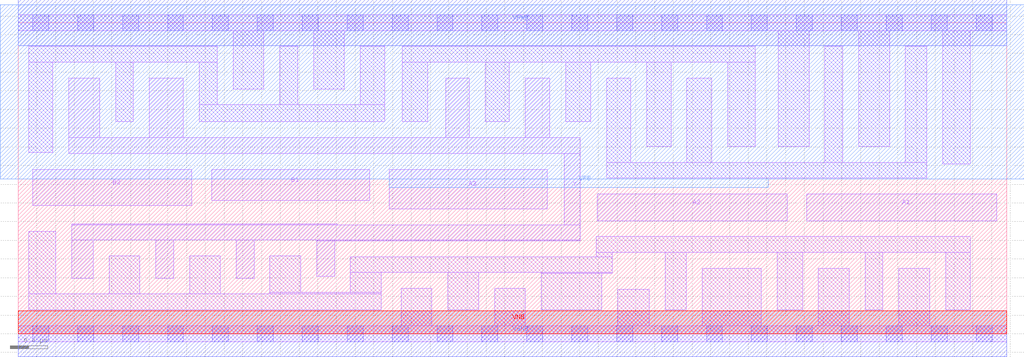
<source format=lef>
# Copyright 2020 The SkyWater PDK Authors
#
# Licensed under the Apache License, Version 2.0 (the "License");
# you may not use this file except in compliance with the License.
# You may obtain a copy of the License at
#
#     https://www.apache.org/licenses/LICENSE-2.0
#
# Unless required by applicable law or agreed to in writing, software
# distributed under the License is distributed on an "AS IS" BASIS,
# WITHOUT WARRANTIES OR CONDITIONS OF ANY KIND, either express or implied.
# See the License for the specific language governing permissions and
# limitations under the License.
#
# SPDX-License-Identifier: Apache-2.0

VERSION 5.7 ;
  NOWIREEXTENSIONATPIN ON ;
  DIVIDERCHAR "/" ;
  BUSBITCHARS "[]" ;
MACRO sky130_fd_sc_lp__o32ai_4
  CLASS CORE ;
  FOREIGN sky130_fd_sc_lp__o32ai_4 ;
  ORIGIN  0.000000  0.000000 ;
  SIZE  10.56000 BY  3.330000 ;
  SYMMETRY X Y R90 ;
  SITE unit ;
  PIN A1
    ANTENNAGATEAREA  1.260000 ;
    DIRECTION INPUT ;
    USE SIGNAL ;
    PORT
      LAYER li1 ;
        RECT 8.425000 1.210000 10.455000 1.495000 ;
    END
  END A1
  PIN A2
    ANTENNAGATEAREA  1.260000 ;
    DIRECTION INPUT ;
    USE SIGNAL ;
    PORT
      LAYER li1 ;
        RECT 6.185000 1.210000 8.215000 1.495000 ;
    END
  END A2
  PIN A3
    ANTENNAGATEAREA  1.260000 ;
    DIRECTION INPUT ;
    USE SIGNAL ;
    PORT
      LAYER li1 ;
        RECT 3.965000 1.335000 5.655000 1.760000 ;
    END
  END A3
  PIN B1
    ANTENNAGATEAREA  1.260000 ;
    DIRECTION INPUT ;
    USE SIGNAL ;
    PORT
      LAYER li1 ;
        RECT 2.065000 1.425000 3.755000 1.760000 ;
    END
  END B1
  PIN B2
    ANTENNAGATEAREA  1.260000 ;
    DIRECTION INPUT ;
    USE SIGNAL ;
    PORT
      LAYER li1 ;
        RECT 0.155000 1.375000 1.855000 1.760000 ;
    END
  END B2
  PIN Y
    ANTENNADIFFAREA  2.352000 ;
    DIRECTION OUTPUT ;
    USE SIGNAL ;
    PORT
      LAYER li1 ;
        RECT 0.540000 1.930000 6.005000 2.100000 ;
        RECT 0.540000 2.100000 0.870000 2.735000 ;
        RECT 0.570000 0.595000 0.800000 1.005000 ;
        RECT 0.570000 1.005000 6.005000 1.165000 ;
        RECT 0.570000 1.165000 3.410000 1.175000 ;
        RECT 1.400000 2.100000 1.765000 2.735000 ;
        RECT 1.470000 0.595000 1.660000 1.005000 ;
        RECT 2.330000 0.595000 2.520000 1.005000 ;
        RECT 3.190000 0.615000 3.380000 0.995000 ;
        RECT 3.190000 0.995000 6.005000 1.005000 ;
        RECT 4.570000 2.100000 4.820000 2.735000 ;
        RECT 5.415000 2.100000 5.680000 2.735000 ;
        RECT 5.835000 1.165000 6.005000 1.930000 ;
    END
  END Y
  PIN VGND
    DIRECTION INOUT ;
    USE GROUND ;
    PORT
      LAYER met1 ;
        RECT 0.000000 -0.245000 10.560000 0.245000 ;
    END
  END VGND
  PIN VNB
    DIRECTION INOUT ;
    USE GROUND ;
    PORT
      LAYER pwell ;
        RECT 0.000000 0.000000 10.560000 0.245000 ;
    END
  END VNB
  PIN VPB
    DIRECTION INOUT ;
    USE POWER ;
    PORT
      LAYER nwell ;
        RECT -0.190000 1.655000 10.750000 3.520000 ;
        RECT  3.965000 1.565000  8.015000 1.655000 ;
    END
  END VPB
  PIN VPWR
    DIRECTION INOUT ;
    USE POWER ;
    PORT
      LAYER met1 ;
        RECT 0.000000 3.085000 10.560000 3.575000 ;
    END
  END VPWR
  OBS
    LAYER li1 ;
      RECT 0.000000 -0.085000 10.560000 0.085000 ;
      RECT 0.000000  3.245000 10.560000 3.415000 ;
      RECT 0.110000  0.255000  3.880000 0.425000 ;
      RECT 0.110000  0.425000  0.400000 1.095000 ;
      RECT 0.110000  1.940000  0.370000 2.905000 ;
      RECT 0.110000  2.905000  2.125000 3.075000 ;
      RECT 0.970000  0.425000  1.300000 0.835000 ;
      RECT 1.040000  2.270000  1.230000 2.905000 ;
      RECT 1.830000  0.425000  2.160000 0.835000 ;
      RECT 1.935000  2.270000  3.915000 2.450000 ;
      RECT 1.935000  2.450000  2.125000 2.905000 ;
      RECT 2.295000  2.620000  2.625000 3.245000 ;
      RECT 2.690000  0.425000  3.880000 0.445000 ;
      RECT 2.690000  0.445000  3.020000 0.835000 ;
      RECT 2.795000  2.450000  2.985000 3.075000 ;
      RECT 3.155000  2.620000  3.485000 3.245000 ;
      RECT 3.550000  0.445000  3.880000 0.655000 ;
      RECT 3.550000  0.655000  6.345000 0.825000 ;
      RECT 3.655000  2.450000  3.915000 3.075000 ;
      RECT 4.090000  0.085000  4.420000 0.485000 ;
      RECT 4.105000  2.270000  4.375000 2.905000 ;
      RECT 4.105000  2.905000  7.875000 3.075000 ;
      RECT 4.590000  0.255000  4.920000 0.655000 ;
      RECT 4.990000  2.270000  5.245000 2.905000 ;
      RECT 5.090000  0.085000  5.420000 0.485000 ;
      RECT 5.590000  0.255000  6.235000 0.645000 ;
      RECT 5.590000  0.645000  6.345000 0.655000 ;
      RECT 5.850000  2.270000  6.120000 2.905000 ;
      RECT 6.175000  0.825000  6.345000 0.870000 ;
      RECT 6.175000  0.870000 10.170000 1.040000 ;
      RECT 6.290000  1.665000  9.710000 1.835000 ;
      RECT 6.290000  1.835000  6.545000 2.735000 ;
      RECT 6.405000  0.085000  6.745000 0.475000 ;
      RECT 6.715000  2.005000  6.975000 2.905000 ;
      RECT 6.915000  0.255000  7.140000 0.870000 ;
      RECT 7.145000  1.835000  7.410000 2.735000 ;
      RECT 7.310000  0.085000  7.940000 0.700000 ;
      RECT 7.580000  2.005000  7.875000 2.905000 ;
      RECT 8.110000  0.255000  8.380000 0.870000 ;
      RECT 8.120000  2.005000  8.450000 3.245000 ;
      RECT 8.550000  0.085000  8.880000 0.700000 ;
      RECT 8.620000  1.835000  8.810000 3.075000 ;
      RECT 8.980000  2.005000  9.310000 3.245000 ;
      RECT 9.050000  0.255000  9.240000 0.870000 ;
      RECT 9.410000  0.085000  9.740000 0.700000 ;
      RECT 9.480000  1.835000  9.710000 3.075000 ;
      RECT 9.880000  1.815000 10.170000 3.245000 ;
      RECT 9.910000  0.255000 10.170000 0.870000 ;
    LAYER mcon ;
      RECT  0.155000 -0.085000  0.325000 0.085000 ;
      RECT  0.155000  3.245000  0.325000 3.415000 ;
      RECT  0.635000 -0.085000  0.805000 0.085000 ;
      RECT  0.635000  3.245000  0.805000 3.415000 ;
      RECT  1.115000 -0.085000  1.285000 0.085000 ;
      RECT  1.115000  3.245000  1.285000 3.415000 ;
      RECT  1.595000 -0.085000  1.765000 0.085000 ;
      RECT  1.595000  3.245000  1.765000 3.415000 ;
      RECT  2.075000 -0.085000  2.245000 0.085000 ;
      RECT  2.075000  3.245000  2.245000 3.415000 ;
      RECT  2.555000 -0.085000  2.725000 0.085000 ;
      RECT  2.555000  3.245000  2.725000 3.415000 ;
      RECT  3.035000 -0.085000  3.205000 0.085000 ;
      RECT  3.035000  3.245000  3.205000 3.415000 ;
      RECT  3.515000 -0.085000  3.685000 0.085000 ;
      RECT  3.515000  3.245000  3.685000 3.415000 ;
      RECT  3.995000 -0.085000  4.165000 0.085000 ;
      RECT  3.995000  3.245000  4.165000 3.415000 ;
      RECT  4.475000 -0.085000  4.645000 0.085000 ;
      RECT  4.475000  3.245000  4.645000 3.415000 ;
      RECT  4.955000 -0.085000  5.125000 0.085000 ;
      RECT  4.955000  3.245000  5.125000 3.415000 ;
      RECT  5.435000 -0.085000  5.605000 0.085000 ;
      RECT  5.435000  3.245000  5.605000 3.415000 ;
      RECT  5.915000 -0.085000  6.085000 0.085000 ;
      RECT  5.915000  3.245000  6.085000 3.415000 ;
      RECT  6.395000 -0.085000  6.565000 0.085000 ;
      RECT  6.395000  3.245000  6.565000 3.415000 ;
      RECT  6.875000 -0.085000  7.045000 0.085000 ;
      RECT  6.875000  3.245000  7.045000 3.415000 ;
      RECT  7.355000 -0.085000  7.525000 0.085000 ;
      RECT  7.355000  3.245000  7.525000 3.415000 ;
      RECT  7.835000 -0.085000  8.005000 0.085000 ;
      RECT  7.835000  3.245000  8.005000 3.415000 ;
      RECT  8.315000 -0.085000  8.485000 0.085000 ;
      RECT  8.315000  3.245000  8.485000 3.415000 ;
      RECT  8.795000 -0.085000  8.965000 0.085000 ;
      RECT  8.795000  3.245000  8.965000 3.415000 ;
      RECT  9.275000 -0.085000  9.445000 0.085000 ;
      RECT  9.275000  3.245000  9.445000 3.415000 ;
      RECT  9.755000 -0.085000  9.925000 0.085000 ;
      RECT  9.755000  3.245000  9.925000 3.415000 ;
      RECT 10.235000 -0.085000 10.405000 0.085000 ;
      RECT 10.235000  3.245000 10.405000 3.415000 ;
  END
END sky130_fd_sc_lp__o32ai_4
END LIBRARY

</source>
